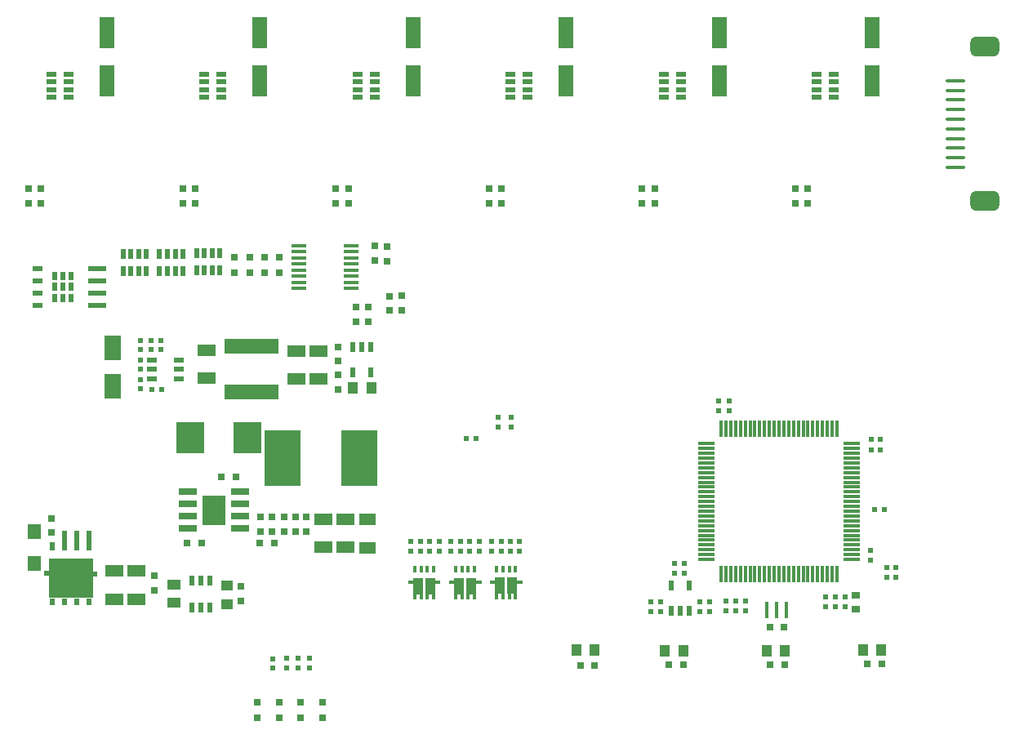
<source format=gtp>
G04*
G04 #@! TF.GenerationSoftware,Altium Limited,Altium Designer,20.0.9 (164)*
G04*
G04 Layer_Color=8421504*
%FSLAX25Y25*%
%MOIN*%
G70*
G01*
G75*
%ADD23R,0.03937X0.05906*%
%ADD24R,0.02362X0.03543*%
%ADD25R,0.02362X0.03543*%
%ADD26R,0.02362X0.03543*%
%ADD27R,0.02362X0.03543*%
%ADD28R,0.03150X0.03150*%
%ADD29R,0.02126X0.01968*%
G04:AMPARAMS|DCode=30|XSize=78.74mil|YSize=15.75mil|CornerRadius=3.94mil|HoleSize=0mil|Usage=FLASHONLY|Rotation=0.000|XOffset=0mil|YOffset=0mil|HoleType=Round|Shape=RoundedRectangle|*
%AMROUNDEDRECTD30*
21,1,0.07874,0.00787,0,0,0.0*
21,1,0.07087,0.01575,0,0,0.0*
1,1,0.00787,0.03543,-0.00394*
1,1,0.00787,-0.03543,-0.00394*
1,1,0.00787,-0.03543,0.00394*
1,1,0.00787,0.03543,0.00394*
%
%ADD30ROUNDEDRECTD30*%
G04:AMPARAMS|DCode=31|XSize=118.11mil|YSize=78.74mil|CornerRadius=19.68mil|HoleSize=0mil|Usage=FLASHONLY|Rotation=0.000|XOffset=0mil|YOffset=0mil|HoleType=Round|Shape=RoundedRectangle|*
%AMROUNDEDRECTD31*
21,1,0.11811,0.03937,0,0,0.0*
21,1,0.07874,0.07874,0,0,0.0*
1,1,0.03937,0.03937,-0.01968*
1,1,0.03937,-0.03937,-0.01968*
1,1,0.03937,-0.03937,0.01968*
1,1,0.03937,0.03937,0.01968*
%
%ADD31ROUNDEDRECTD31*%
%ADD32R,0.01968X0.01968*%
%ADD33R,0.03150X0.03150*%
%ADD34R,0.01968X0.02126*%
%ADD35R,0.02165X0.03937*%
%ADD36R,0.05118X0.03937*%
%ADD37R,0.02000X0.04000*%
%ADD38R,0.05906X0.01575*%
%ADD39R,0.06693X0.09843*%
%ADD40R,0.11221X0.12598*%
%ADD41R,0.01968X0.01968*%
%ADD42R,0.14961X0.23000*%
%ADD43R,0.07284X0.05118*%
%ADD44R,0.03937X0.05118*%
%ADD45R,0.05512X0.06496*%
%ADD46R,0.07087X0.04724*%
%ADD47R,0.22441X0.06299*%
%ADD48R,0.02362X0.03347*%
%ADD49R,0.02362X0.08000*%
%ADD50R,0.02362X0.02953*%
%ADD51R,0.18110X0.16221*%
%ADD52R,0.02165X0.01968*%
%ADD53R,0.03937X0.02362*%
%ADD54R,0.07500X0.03000*%
%ADD55R,0.09449X0.12205*%
%ADD56R,0.05709X0.04331*%
%ADD57R,0.02362X0.03937*%
%ADD58R,0.03543X0.03150*%
%ADD59R,0.07606X0.02362*%
%ADD60R,0.04134X0.02362*%
%ADD61R,0.04000X0.02000*%
%ADD62R,0.06299X0.12598*%
%ADD63R,0.04134X0.06693*%
%ADD64R,0.01575X0.03150*%
%ADD65R,0.03150X0.01575*%
%ADD66R,0.07087X0.01181*%
%ADD67R,0.01181X0.07087*%
%ADD68R,0.01500X0.07000*%
D23*
X84012Y66645D02*
D03*
X84012Y59165D02*
D03*
X78500Y66645D02*
D03*
X72988Y66645D02*
D03*
X78500Y59165D02*
D03*
X72988Y59165D02*
D03*
D24*
X71944Y186127D02*
D03*
X78637D02*
D03*
X71944Y177073D02*
D03*
X78637D02*
D03*
X75291Y181600D02*
D03*
D25*
X75291Y186127D02*
D03*
D26*
Y177073D02*
D03*
D27*
X78637Y181600D02*
D03*
X71944D02*
D03*
D28*
X154426Y5822D02*
D03*
Y12121D02*
D03*
X181388Y5822D02*
D03*
Y12121D02*
D03*
X163413Y5822D02*
D03*
Y12121D02*
D03*
X172400Y5822D02*
D03*
Y12121D02*
D03*
X208622Y171964D02*
D03*
Y177870D02*
D03*
X213453Y172003D02*
D03*
Y177909D02*
D03*
X199778Y167546D02*
D03*
Y173451D02*
D03*
X194748Y167546D02*
D03*
Y173451D02*
D03*
X202501Y198245D02*
D03*
Y192339D02*
D03*
X129300Y215747D02*
D03*
Y221653D02*
D03*
X66300Y215747D02*
D03*
Y221653D02*
D03*
X191800Y215747D02*
D03*
Y221653D02*
D03*
X316800Y215747D02*
D03*
Y221653D02*
D03*
X379300Y215747D02*
D03*
Y221653D02*
D03*
X254300Y215747D02*
D03*
Y221653D02*
D03*
X207700Y198098D02*
D03*
Y192192D02*
D03*
X187679Y151234D02*
D03*
Y157139D02*
D03*
X187679Y139847D02*
D03*
Y145753D02*
D03*
X112500Y63653D02*
D03*
Y57747D02*
D03*
X170200Y81747D02*
D03*
Y87653D02*
D03*
X156000Y81847D02*
D03*
X156000Y87753D02*
D03*
X70700Y81247D02*
D03*
X70700Y87153D02*
D03*
X174700Y87653D02*
D03*
Y81747D02*
D03*
X165500Y81747D02*
D03*
Y87653D02*
D03*
X160700Y81747D02*
D03*
Y87653D02*
D03*
X147882Y59453D02*
D03*
Y53547D02*
D03*
X163600Y187550D02*
D03*
X163600Y193850D02*
D03*
X157517Y187550D02*
D03*
Y193850D02*
D03*
X151433Y187550D02*
D03*
X151433Y193850D02*
D03*
X145350Y187550D02*
D03*
Y193850D02*
D03*
X374100Y221653D02*
D03*
Y215747D02*
D03*
X311600Y221653D02*
D03*
Y215747D02*
D03*
X249100Y221653D02*
D03*
Y215747D02*
D03*
X186600Y221653D02*
D03*
Y215747D02*
D03*
X124100D02*
D03*
Y221653D02*
D03*
X61100D02*
D03*
Y215747D02*
D03*
D29*
X160831Y29884D02*
D03*
Y25947D02*
D03*
X171279Y29968D02*
D03*
Y26031D02*
D03*
X175800Y29969D02*
D03*
Y26032D02*
D03*
X339400Y49098D02*
D03*
Y53035D02*
D03*
X315300Y49132D02*
D03*
Y53069D02*
D03*
X335300Y53035D02*
D03*
Y49098D02*
D03*
X319253Y53069D02*
D03*
Y49132D02*
D03*
X166700Y29969D02*
D03*
Y26032D02*
D03*
X106900Y143865D02*
D03*
Y139928D02*
D03*
X411500Y63141D02*
D03*
Y67078D02*
D03*
X258169Y128427D02*
D03*
Y124490D02*
D03*
X252984Y128353D02*
D03*
Y124416D02*
D03*
X106900Y151849D02*
D03*
Y147912D02*
D03*
Y159869D02*
D03*
Y155931D02*
D03*
X224996Y77737D02*
D03*
Y73800D02*
D03*
X221096D02*
D03*
Y77737D02*
D03*
X217273D02*
D03*
Y73800D02*
D03*
X241328Y77671D02*
D03*
Y73734D02*
D03*
X237428D02*
D03*
Y77671D02*
D03*
X233528D02*
D03*
Y73734D02*
D03*
X228896Y73800D02*
D03*
Y77737D02*
D03*
X261698Y77737D02*
D03*
Y73800D02*
D03*
X258000D02*
D03*
Y77737D02*
D03*
X250282Y77737D02*
D03*
Y73800D02*
D03*
X245128Y73734D02*
D03*
Y77671D02*
D03*
X254082Y73800D02*
D03*
Y77737D02*
D03*
D30*
X439600Y265811D02*
D03*
Y261874D02*
D03*
Y257937D02*
D03*
Y254000D02*
D03*
Y250063D02*
D03*
Y246126D02*
D03*
Y242189D02*
D03*
Y238252D02*
D03*
Y234315D02*
D03*
Y230378D02*
D03*
D31*
X451411Y279591D02*
D03*
Y216598D02*
D03*
D32*
X328969Y68774D02*
D03*
X325031D02*
D03*
X328969Y64800D02*
D03*
X325031D02*
D03*
X111632Y139822D02*
D03*
X115568D02*
D03*
X409068Y115000D02*
D03*
X405131D02*
D03*
X115269Y156000D02*
D03*
X111331D02*
D03*
X409068Y119500D02*
D03*
X405131D02*
D03*
D33*
X145753Y104000D02*
D03*
X139847D02*
D03*
X155547Y76900D02*
D03*
X161453D02*
D03*
X125847Y77000D02*
D03*
X131753Y77000D02*
D03*
X363747Y42600D02*
D03*
X369653D02*
D03*
X286447Y27200D02*
D03*
X292353D02*
D03*
X403547Y27600D02*
D03*
X409453D02*
D03*
X322647Y27400D02*
D03*
X328553D02*
D03*
X363847Y27400D02*
D03*
X369753D02*
D03*
D34*
X240033Y119709D02*
D03*
X243970D02*
D03*
X406732Y90784D02*
D03*
X410669D02*
D03*
X111331Y159869D02*
D03*
X115268D02*
D03*
D35*
X330993Y59882D02*
D03*
X323513Y59882D02*
D03*
X327253Y49252D02*
D03*
X323513D02*
D03*
X330993D02*
D03*
X193560Y157215D02*
D03*
X201040D02*
D03*
X197300Y157215D02*
D03*
X201040Y146585D02*
D03*
X193560Y146585D02*
D03*
D36*
X142200Y59672D02*
D03*
Y52128D02*
D03*
D37*
X109324Y195145D02*
D03*
X106175D02*
D03*
X103000D02*
D03*
X99800D02*
D03*
X99800Y188200D02*
D03*
X103000Y188200D02*
D03*
X106175D02*
D03*
X109324D02*
D03*
X124224Y188200D02*
D03*
X121075D02*
D03*
X117900Y188200D02*
D03*
X114700Y188200D02*
D03*
Y195145D02*
D03*
X117900D02*
D03*
X121075D02*
D03*
X124224D02*
D03*
X129776Y195400D02*
D03*
X132925D02*
D03*
X136100Y195400D02*
D03*
X139300Y195400D02*
D03*
Y188455D02*
D03*
X136100Y188455D02*
D03*
X132925Y188455D02*
D03*
X129776D02*
D03*
D38*
X192930Y181050D02*
D03*
Y183550D02*
D03*
Y186050D02*
D03*
Y188550D02*
D03*
Y191050D02*
D03*
Y193550D02*
D03*
Y196050D02*
D03*
Y198550D02*
D03*
X171670Y181050D02*
D03*
Y183550D02*
D03*
Y186050D02*
D03*
Y188550D02*
D03*
Y191050D02*
D03*
Y193550D02*
D03*
Y196050D02*
D03*
Y198550D02*
D03*
D39*
X95500Y140926D02*
D03*
Y156674D02*
D03*
D40*
X127386Y120100D02*
D03*
X150614D02*
D03*
D41*
X415400Y63032D02*
D03*
Y66969D02*
D03*
X346000Y49332D02*
D03*
Y53268D02*
D03*
X394500Y51032D02*
D03*
Y54969D02*
D03*
X349900Y49332D02*
D03*
Y53268D02*
D03*
X347400Y134968D02*
D03*
Y131032D02*
D03*
X390600Y54969D02*
D03*
Y51032D02*
D03*
X353900Y53268D02*
D03*
Y49332D02*
D03*
X386700Y51032D02*
D03*
Y54969D02*
D03*
X404800Y70031D02*
D03*
Y73968D02*
D03*
X343000Y134968D02*
D03*
Y131032D02*
D03*
D42*
X165050Y111700D02*
D03*
X196350Y111700D02*
D03*
D43*
X133900Y144291D02*
D03*
Y155709D02*
D03*
X179649Y155509D02*
D03*
Y144092D02*
D03*
X170473Y143991D02*
D03*
Y155409D02*
D03*
X96100Y65609D02*
D03*
X96100Y54191D02*
D03*
X105200Y65609D02*
D03*
Y54191D02*
D03*
X190600Y86709D02*
D03*
X190600Y75291D02*
D03*
X181500Y86709D02*
D03*
Y75291D02*
D03*
D44*
X201140Y140500D02*
D03*
X193660D02*
D03*
X409240Y33400D02*
D03*
X401760D02*
D03*
X328540Y33200D02*
D03*
X321060D02*
D03*
X369903Y33200D02*
D03*
X362422D02*
D03*
X292300Y33400D02*
D03*
X284820D02*
D03*
D45*
X63600Y68802D02*
D03*
Y81598D02*
D03*
D46*
X199500Y86805D02*
D03*
X199500Y74994D02*
D03*
D47*
X152100Y157352D02*
D03*
Y138848D02*
D03*
D48*
X71000Y75700D02*
D03*
D49*
X76000Y78200D02*
D03*
X81000Y78200D02*
D03*
X86000D02*
D03*
D50*
Y53082D02*
D03*
X81000D02*
D03*
X76000D02*
D03*
X71000D02*
D03*
D51*
X78500Y62609D02*
D03*
D52*
X68704Y64579D02*
D03*
X88296Y64380D02*
D03*
D53*
X111705Y144160D02*
D03*
Y147900D02*
D03*
Y151640D02*
D03*
X122532D02*
D03*
X122532Y147900D02*
D03*
X122532Y144160D02*
D03*
D54*
X126354Y98000D02*
D03*
Y93000D02*
D03*
X126354Y88000D02*
D03*
X126354Y83000D02*
D03*
X147500Y98000D02*
D03*
Y93000D02*
D03*
X147500Y88000D02*
D03*
X147500Y83000D02*
D03*
D55*
X136779Y90500D02*
D03*
D56*
X120531Y60040D02*
D03*
Y52560D02*
D03*
D57*
X127760Y61639D02*
D03*
X131500Y61639D02*
D03*
X135240Y61639D02*
D03*
X135240Y50812D02*
D03*
X131500D02*
D03*
X127760D02*
D03*
D58*
X399000Y55656D02*
D03*
Y50144D02*
D03*
D59*
X89200Y189100D02*
D03*
Y184100D02*
D03*
Y179100D02*
D03*
X89200Y174100D02*
D03*
D60*
X64956D02*
D03*
X64956Y179100D02*
D03*
Y184100D02*
D03*
X64956Y189100D02*
D03*
D61*
X389945Y258976D02*
D03*
Y262125D02*
D03*
Y265300D02*
D03*
Y268500D02*
D03*
X383000D02*
D03*
Y265300D02*
D03*
Y262125D02*
D03*
Y258976D02*
D03*
X327445D02*
D03*
Y262125D02*
D03*
Y265300D02*
D03*
Y268500D02*
D03*
X320500D02*
D03*
Y265300D02*
D03*
Y262125D02*
D03*
Y258976D02*
D03*
X264945D02*
D03*
Y262125D02*
D03*
Y265300D02*
D03*
Y268500D02*
D03*
X258000D02*
D03*
Y265300D02*
D03*
Y262125D02*
D03*
Y258976D02*
D03*
X202445D02*
D03*
Y262125D02*
D03*
Y265300D02*
D03*
Y268500D02*
D03*
X195500D02*
D03*
Y265300D02*
D03*
Y262125D02*
D03*
Y258976D02*
D03*
X139945D02*
D03*
Y262125D02*
D03*
Y265300D02*
D03*
Y268500D02*
D03*
X133000D02*
D03*
Y265300D02*
D03*
Y262125D02*
D03*
Y258976D02*
D03*
X77545D02*
D03*
Y262125D02*
D03*
Y265300D02*
D03*
Y268500D02*
D03*
X70600D02*
D03*
Y265300D02*
D03*
Y262125D02*
D03*
Y258976D02*
D03*
D62*
X93190Y265689D02*
D03*
Y285374D02*
D03*
X155590D02*
D03*
Y265689D02*
D03*
X218090D02*
D03*
Y285374D02*
D03*
X405590Y265689D02*
D03*
Y285374D02*
D03*
X343090Y265689D02*
D03*
Y285374D02*
D03*
X280590Y265689D02*
D03*
Y285374D02*
D03*
D63*
X253572Y59600D02*
D03*
X258690D02*
D03*
X242002Y59534D02*
D03*
X236883D02*
D03*
X220136Y59500D02*
D03*
X225254D02*
D03*
D64*
X259970Y55390D02*
D03*
X257411D02*
D03*
X254852D02*
D03*
X252293D02*
D03*
Y66512D02*
D03*
X254852D02*
D03*
X257411D02*
D03*
X259970D02*
D03*
X243282Y66446D02*
D03*
X240723D02*
D03*
X238164D02*
D03*
X235605D02*
D03*
Y55324D02*
D03*
X238164D02*
D03*
X240723D02*
D03*
X243282D02*
D03*
X226534Y55290D02*
D03*
X223975D02*
D03*
X221416D02*
D03*
X218857D02*
D03*
Y66412D02*
D03*
X221416D02*
D03*
X223975D02*
D03*
X226534D02*
D03*
D65*
X261432Y61039D02*
D03*
X250932Y61000D02*
D03*
X234243Y60934D02*
D03*
X244743Y60972D02*
D03*
X227996Y60939D02*
D03*
X217496Y60900D02*
D03*
D66*
X337839Y70378D02*
D03*
Y72346D02*
D03*
Y74315D02*
D03*
Y76283D02*
D03*
Y78252D02*
D03*
Y80221D02*
D03*
Y82189D02*
D03*
Y84158D02*
D03*
X337839Y86126D02*
D03*
X337839Y88095D02*
D03*
Y90063D02*
D03*
X337839Y92032D02*
D03*
X337839Y94000D02*
D03*
Y95969D02*
D03*
Y97937D02*
D03*
Y99906D02*
D03*
Y101874D02*
D03*
Y103843D02*
D03*
Y105811D02*
D03*
Y107780D02*
D03*
Y109748D02*
D03*
Y111717D02*
D03*
Y113685D02*
D03*
Y115654D02*
D03*
Y117622D02*
D03*
X397288D02*
D03*
Y115654D02*
D03*
Y113685D02*
D03*
Y111717D02*
D03*
Y109748D02*
D03*
Y107780D02*
D03*
Y105811D02*
D03*
Y103843D02*
D03*
Y101874D02*
D03*
Y99906D02*
D03*
Y97937D02*
D03*
Y95969D02*
D03*
Y94000D02*
D03*
X397287Y92032D02*
D03*
Y90063D02*
D03*
Y88095D02*
D03*
Y86126D02*
D03*
X397288Y84158D02*
D03*
X397287Y82189D02*
D03*
X397288Y80221D02*
D03*
Y78252D02*
D03*
Y76283D02*
D03*
Y74315D02*
D03*
Y72346D02*
D03*
Y70378D02*
D03*
D67*
X343941Y123724D02*
D03*
X345910D02*
D03*
X347878Y123724D02*
D03*
X349847Y123724D02*
D03*
X351815Y123724D02*
D03*
X353783D02*
D03*
X355752D02*
D03*
X357720D02*
D03*
X359689D02*
D03*
X361658D02*
D03*
X363626D02*
D03*
X365595D02*
D03*
X367563D02*
D03*
X369531Y123724D02*
D03*
X371500Y123724D02*
D03*
X373468Y123724D02*
D03*
X375437D02*
D03*
X377406D02*
D03*
X379374D02*
D03*
X381343D02*
D03*
X383311D02*
D03*
X385279D02*
D03*
X387248D02*
D03*
X389216D02*
D03*
X391185D02*
D03*
Y64276D02*
D03*
X389216D02*
D03*
X387248D02*
D03*
X385279D02*
D03*
X383311D02*
D03*
X381343D02*
D03*
X379374D02*
D03*
X377406D02*
D03*
X375437D02*
D03*
X373468D02*
D03*
X371500D02*
D03*
X369531D02*
D03*
X367563Y64276D02*
D03*
X365595D02*
D03*
X363626D02*
D03*
X361658D02*
D03*
X359689D02*
D03*
X357720D02*
D03*
X355752Y64276D02*
D03*
X353783Y64276D02*
D03*
X351815D02*
D03*
X349847Y64276D02*
D03*
X347878D02*
D03*
X345910D02*
D03*
X343941D02*
D03*
D68*
X362560Y49800D02*
D03*
X366600D02*
D03*
X370640D02*
D03*
M02*

</source>
